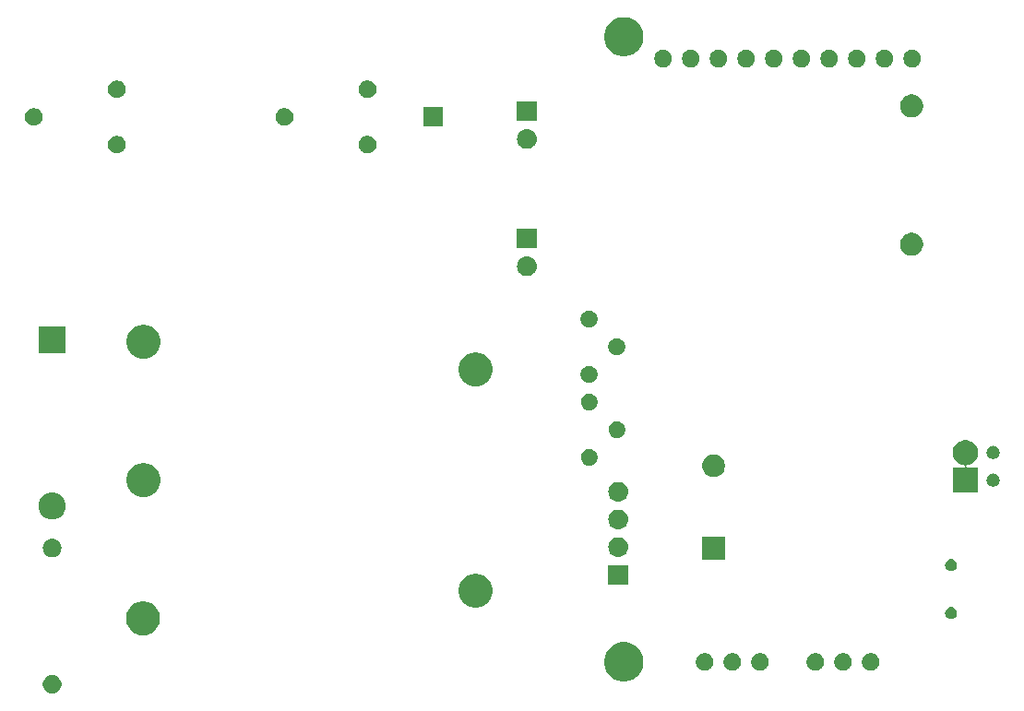
<source format=gbr>
G04 #@! TF.GenerationSoftware,KiCad,Pcbnew,(5.1.0)-1*
G04 #@! TF.CreationDate,2020-08-30T01:34:28+02:00*
G04 #@! TF.ProjectId,Dosimeter,446f7369-6d65-4746-9572-2e6b69636164,rev?*
G04 #@! TF.SameCoordinates,Original*
G04 #@! TF.FileFunction,Soldermask,Bot*
G04 #@! TF.FilePolarity,Negative*
%FSLAX46Y46*%
G04 Gerber Fmt 4.6, Leading zero omitted, Abs format (unit mm)*
G04 Created by KiCad (PCBNEW (5.1.0)-1) date 2020-08-30 01:34:28*
%MOMM*%
%LPD*%
G04 APERTURE LIST*
%ADD10C,0.100000*%
G04 APERTURE END LIST*
D10*
G36*
X31744228Y-124927703D02*
G01*
X31899100Y-124991853D01*
X32038481Y-125084985D01*
X32157015Y-125203519D01*
X32250147Y-125342900D01*
X32314297Y-125497772D01*
X32347000Y-125662184D01*
X32347000Y-125829816D01*
X32314297Y-125994228D01*
X32250147Y-126149100D01*
X32157015Y-126288481D01*
X32038481Y-126407015D01*
X31899100Y-126500147D01*
X31744228Y-126564297D01*
X31579816Y-126597000D01*
X31412184Y-126597000D01*
X31247772Y-126564297D01*
X31092900Y-126500147D01*
X30953519Y-126407015D01*
X30834985Y-126288481D01*
X30741853Y-126149100D01*
X30677703Y-125994228D01*
X30645000Y-125829816D01*
X30645000Y-125662184D01*
X30677703Y-125497772D01*
X30741853Y-125342900D01*
X30834985Y-125203519D01*
X30953519Y-125084985D01*
X31092900Y-124991853D01*
X31247772Y-124927703D01*
X31412184Y-124895000D01*
X31579816Y-124895000D01*
X31744228Y-124927703D01*
X31744228Y-124927703D01*
G37*
G36*
X84480331Y-121964211D02*
G01*
X84808092Y-122099974D01*
X85103070Y-122297072D01*
X85353928Y-122547930D01*
X85551026Y-122842908D01*
X85686789Y-123170669D01*
X85756000Y-123518616D01*
X85756000Y-123873384D01*
X85686789Y-124221331D01*
X85551026Y-124549092D01*
X85353928Y-124844070D01*
X85103070Y-125094928D01*
X84808092Y-125292026D01*
X84480331Y-125427789D01*
X84132384Y-125497000D01*
X83777616Y-125497000D01*
X83429669Y-125427789D01*
X83101908Y-125292026D01*
X82806930Y-125094928D01*
X82556072Y-124844070D01*
X82358974Y-124549092D01*
X82223211Y-124221331D01*
X82154000Y-123873384D01*
X82154000Y-123518616D01*
X82223211Y-123170669D01*
X82358974Y-122842908D01*
X82556072Y-122547930D01*
X82806930Y-122297072D01*
X83101908Y-122099974D01*
X83429669Y-121964211D01*
X83777616Y-121895000D01*
X84132384Y-121895000D01*
X84480331Y-121964211D01*
X84480331Y-121964211D01*
G37*
G36*
X94157142Y-122918242D02*
G01*
X94305101Y-122979529D01*
X94438255Y-123068499D01*
X94551501Y-123181745D01*
X94640471Y-123314899D01*
X94701758Y-123462858D01*
X94733000Y-123619925D01*
X94733000Y-123780075D01*
X94701758Y-123937142D01*
X94640471Y-124085101D01*
X94551501Y-124218255D01*
X94438255Y-124331501D01*
X94305101Y-124420471D01*
X94157142Y-124481758D01*
X94000075Y-124513000D01*
X93839925Y-124513000D01*
X93682858Y-124481758D01*
X93534899Y-124420471D01*
X93401745Y-124331501D01*
X93288499Y-124218255D01*
X93199529Y-124085101D01*
X93138242Y-123937142D01*
X93107000Y-123780075D01*
X93107000Y-123619925D01*
X93138242Y-123462858D01*
X93199529Y-123314899D01*
X93288499Y-123181745D01*
X93401745Y-123068499D01*
X93534899Y-122979529D01*
X93682858Y-122918242D01*
X93839925Y-122887000D01*
X94000075Y-122887000D01*
X94157142Y-122918242D01*
X94157142Y-122918242D01*
G37*
G36*
X91617142Y-122918242D02*
G01*
X91765101Y-122979529D01*
X91898255Y-123068499D01*
X92011501Y-123181745D01*
X92100471Y-123314899D01*
X92161758Y-123462858D01*
X92193000Y-123619925D01*
X92193000Y-123780075D01*
X92161758Y-123937142D01*
X92100471Y-124085101D01*
X92011501Y-124218255D01*
X91898255Y-124331501D01*
X91765101Y-124420471D01*
X91617142Y-124481758D01*
X91460075Y-124513000D01*
X91299925Y-124513000D01*
X91142858Y-124481758D01*
X90994899Y-124420471D01*
X90861745Y-124331501D01*
X90748499Y-124218255D01*
X90659529Y-124085101D01*
X90598242Y-123937142D01*
X90567000Y-123780075D01*
X90567000Y-123619925D01*
X90598242Y-123462858D01*
X90659529Y-123314899D01*
X90748499Y-123181745D01*
X90861745Y-123068499D01*
X90994899Y-122979529D01*
X91142858Y-122918242D01*
X91299925Y-122887000D01*
X91460075Y-122887000D01*
X91617142Y-122918242D01*
X91617142Y-122918242D01*
G37*
G36*
X106857142Y-122918242D02*
G01*
X107005101Y-122979529D01*
X107138255Y-123068499D01*
X107251501Y-123181745D01*
X107340471Y-123314899D01*
X107401758Y-123462858D01*
X107433000Y-123619925D01*
X107433000Y-123780075D01*
X107401758Y-123937142D01*
X107340471Y-124085101D01*
X107251501Y-124218255D01*
X107138255Y-124331501D01*
X107005101Y-124420471D01*
X106857142Y-124481758D01*
X106700075Y-124513000D01*
X106539925Y-124513000D01*
X106382858Y-124481758D01*
X106234899Y-124420471D01*
X106101745Y-124331501D01*
X105988499Y-124218255D01*
X105899529Y-124085101D01*
X105838242Y-123937142D01*
X105807000Y-123780075D01*
X105807000Y-123619925D01*
X105838242Y-123462858D01*
X105899529Y-123314899D01*
X105988499Y-123181745D01*
X106101745Y-123068499D01*
X106234899Y-122979529D01*
X106382858Y-122918242D01*
X106539925Y-122887000D01*
X106700075Y-122887000D01*
X106857142Y-122918242D01*
X106857142Y-122918242D01*
G37*
G36*
X101777142Y-122918242D02*
G01*
X101925101Y-122979529D01*
X102058255Y-123068499D01*
X102171501Y-123181745D01*
X102260471Y-123314899D01*
X102321758Y-123462858D01*
X102353000Y-123619925D01*
X102353000Y-123780075D01*
X102321758Y-123937142D01*
X102260471Y-124085101D01*
X102171501Y-124218255D01*
X102058255Y-124331501D01*
X101925101Y-124420471D01*
X101777142Y-124481758D01*
X101620075Y-124513000D01*
X101459925Y-124513000D01*
X101302858Y-124481758D01*
X101154899Y-124420471D01*
X101021745Y-124331501D01*
X100908499Y-124218255D01*
X100819529Y-124085101D01*
X100758242Y-123937142D01*
X100727000Y-123780075D01*
X100727000Y-123619925D01*
X100758242Y-123462858D01*
X100819529Y-123314899D01*
X100908499Y-123181745D01*
X101021745Y-123068499D01*
X101154899Y-122979529D01*
X101302858Y-122918242D01*
X101459925Y-122887000D01*
X101620075Y-122887000D01*
X101777142Y-122918242D01*
X101777142Y-122918242D01*
G37*
G36*
X104317142Y-122918242D02*
G01*
X104465101Y-122979529D01*
X104598255Y-123068499D01*
X104711501Y-123181745D01*
X104800471Y-123314899D01*
X104861758Y-123462858D01*
X104893000Y-123619925D01*
X104893000Y-123780075D01*
X104861758Y-123937142D01*
X104800471Y-124085101D01*
X104711501Y-124218255D01*
X104598255Y-124331501D01*
X104465101Y-124420471D01*
X104317142Y-124481758D01*
X104160075Y-124513000D01*
X103999925Y-124513000D01*
X103842858Y-124481758D01*
X103694899Y-124420471D01*
X103561745Y-124331501D01*
X103448499Y-124218255D01*
X103359529Y-124085101D01*
X103298242Y-123937142D01*
X103267000Y-123780075D01*
X103267000Y-123619925D01*
X103298242Y-123462858D01*
X103359529Y-123314899D01*
X103448499Y-123181745D01*
X103561745Y-123068499D01*
X103694899Y-122979529D01*
X103842858Y-122918242D01*
X103999925Y-122887000D01*
X104160075Y-122887000D01*
X104317142Y-122918242D01*
X104317142Y-122918242D01*
G37*
G36*
X96697142Y-122918242D02*
G01*
X96845101Y-122979529D01*
X96978255Y-123068499D01*
X97091501Y-123181745D01*
X97180471Y-123314899D01*
X97241758Y-123462858D01*
X97273000Y-123619925D01*
X97273000Y-123780075D01*
X97241758Y-123937142D01*
X97180471Y-124085101D01*
X97091501Y-124218255D01*
X96978255Y-124331501D01*
X96845101Y-124420471D01*
X96697142Y-124481758D01*
X96540075Y-124513000D01*
X96379925Y-124513000D01*
X96222858Y-124481758D01*
X96074899Y-124420471D01*
X95941745Y-124331501D01*
X95828499Y-124218255D01*
X95739529Y-124085101D01*
X95678242Y-123937142D01*
X95647000Y-123780075D01*
X95647000Y-123619925D01*
X95678242Y-123462858D01*
X95739529Y-123314899D01*
X95828499Y-123181745D01*
X95941745Y-123068499D01*
X96074899Y-122979529D01*
X96222858Y-122918242D01*
X96379925Y-122887000D01*
X96540075Y-122887000D01*
X96697142Y-122918242D01*
X96697142Y-122918242D01*
G37*
G36*
X40140585Y-118178802D02*
G01*
X40290410Y-118208604D01*
X40572674Y-118325521D01*
X40826705Y-118495259D01*
X41042741Y-118711295D01*
X41212479Y-118965326D01*
X41329396Y-119247590D01*
X41389000Y-119547240D01*
X41389000Y-119852760D01*
X41329396Y-120152410D01*
X41212479Y-120434674D01*
X41042741Y-120688705D01*
X40826705Y-120904741D01*
X40572674Y-121074479D01*
X40290410Y-121191396D01*
X40140585Y-121221198D01*
X39990761Y-121251000D01*
X39685239Y-121251000D01*
X39535415Y-121221198D01*
X39385590Y-121191396D01*
X39103326Y-121074479D01*
X38849295Y-120904741D01*
X38633259Y-120688705D01*
X38463521Y-120434674D01*
X38346604Y-120152410D01*
X38287000Y-119852760D01*
X38287000Y-119547240D01*
X38346604Y-119247590D01*
X38463521Y-118965326D01*
X38633259Y-118711295D01*
X38849295Y-118495259D01*
X39103326Y-118325521D01*
X39385590Y-118208604D01*
X39535415Y-118178802D01*
X39685239Y-118149000D01*
X39990761Y-118149000D01*
X40140585Y-118178802D01*
X40140585Y-118178802D01*
G37*
G36*
X114160721Y-118670174D02*
G01*
X114260995Y-118711709D01*
X114260996Y-118711710D01*
X114351242Y-118772010D01*
X114427990Y-118848758D01*
X114427991Y-118848760D01*
X114488291Y-118939005D01*
X114529826Y-119039279D01*
X114551000Y-119145730D01*
X114551000Y-119254270D01*
X114529826Y-119360721D01*
X114488291Y-119460995D01*
X114488290Y-119460996D01*
X114427990Y-119551242D01*
X114351242Y-119627990D01*
X114305812Y-119658345D01*
X114260995Y-119688291D01*
X114160721Y-119729826D01*
X114054270Y-119751000D01*
X113945730Y-119751000D01*
X113839279Y-119729826D01*
X113739005Y-119688291D01*
X113694188Y-119658345D01*
X113648758Y-119627990D01*
X113572010Y-119551242D01*
X113511710Y-119460996D01*
X113511709Y-119460995D01*
X113470174Y-119360721D01*
X113449000Y-119254270D01*
X113449000Y-119145730D01*
X113470174Y-119039279D01*
X113511709Y-118939005D01*
X113572009Y-118848760D01*
X113572010Y-118848758D01*
X113648758Y-118772010D01*
X113739004Y-118711710D01*
X113739005Y-118711709D01*
X113839279Y-118670174D01*
X113945730Y-118649000D01*
X114054270Y-118649000D01*
X114160721Y-118670174D01*
X114160721Y-118670174D01*
G37*
G36*
X70660585Y-115638802D02*
G01*
X70810410Y-115668604D01*
X71092674Y-115785521D01*
X71346705Y-115955259D01*
X71562741Y-116171295D01*
X71732479Y-116425326D01*
X71849396Y-116707590D01*
X71909000Y-117007240D01*
X71909000Y-117312760D01*
X71849396Y-117612410D01*
X71732479Y-117894674D01*
X71562741Y-118148705D01*
X71346705Y-118364741D01*
X71092674Y-118534479D01*
X70810410Y-118651396D01*
X70716006Y-118670174D01*
X70510761Y-118711000D01*
X70205239Y-118711000D01*
X69999994Y-118670174D01*
X69905590Y-118651396D01*
X69623326Y-118534479D01*
X69369295Y-118364741D01*
X69153259Y-118148705D01*
X68983521Y-117894674D01*
X68866604Y-117612410D01*
X68807000Y-117312760D01*
X68807000Y-117007240D01*
X68866604Y-116707590D01*
X68983521Y-116425326D01*
X69153259Y-116171295D01*
X69369295Y-115955259D01*
X69623326Y-115785521D01*
X69905590Y-115668604D01*
X70055415Y-115638802D01*
X70205239Y-115609000D01*
X70510761Y-115609000D01*
X70660585Y-115638802D01*
X70660585Y-115638802D01*
G37*
G36*
X84340000Y-116598000D02*
G01*
X82538000Y-116598000D01*
X82538000Y-114796000D01*
X84340000Y-114796000D01*
X84340000Y-116598000D01*
X84340000Y-116598000D01*
G37*
G36*
X114160721Y-114270174D02*
G01*
X114260995Y-114311709D01*
X114260996Y-114311710D01*
X114351242Y-114372010D01*
X114427990Y-114448758D01*
X114427991Y-114448760D01*
X114488291Y-114539005D01*
X114529826Y-114639279D01*
X114551000Y-114745730D01*
X114551000Y-114854270D01*
X114529826Y-114960721D01*
X114488291Y-115060995D01*
X114488290Y-115060996D01*
X114427990Y-115151242D01*
X114351242Y-115227990D01*
X114305812Y-115258345D01*
X114260995Y-115288291D01*
X114160721Y-115329826D01*
X114054270Y-115351000D01*
X113945730Y-115351000D01*
X113839279Y-115329826D01*
X113739005Y-115288291D01*
X113694188Y-115258345D01*
X113648758Y-115227990D01*
X113572010Y-115151242D01*
X113511710Y-115060996D01*
X113511709Y-115060995D01*
X113470174Y-114960721D01*
X113449000Y-114854270D01*
X113449000Y-114745730D01*
X113470174Y-114639279D01*
X113511709Y-114539005D01*
X113572009Y-114448760D01*
X113572010Y-114448758D01*
X113648758Y-114372010D01*
X113739004Y-114311710D01*
X113739005Y-114311709D01*
X113839279Y-114270174D01*
X113945730Y-114249000D01*
X114054270Y-114249000D01*
X114160721Y-114270174D01*
X114160721Y-114270174D01*
G37*
G36*
X93253000Y-114335000D02*
G01*
X91151000Y-114335000D01*
X91151000Y-112233000D01*
X93253000Y-112233000D01*
X93253000Y-114335000D01*
X93253000Y-114335000D01*
G37*
G36*
X31662823Y-112407313D02*
G01*
X31823242Y-112455976D01*
X31955906Y-112526886D01*
X31971078Y-112534996D01*
X32100659Y-112641341D01*
X32207004Y-112770922D01*
X32207005Y-112770924D01*
X32286024Y-112918758D01*
X32334687Y-113079177D01*
X32351117Y-113246000D01*
X32334687Y-113412823D01*
X32286024Y-113573242D01*
X32215114Y-113705906D01*
X32207004Y-113721078D01*
X32100659Y-113850659D01*
X31971078Y-113957004D01*
X31971076Y-113957005D01*
X31823242Y-114036024D01*
X31662823Y-114084687D01*
X31537804Y-114097000D01*
X31454196Y-114097000D01*
X31329177Y-114084687D01*
X31168758Y-114036024D01*
X31020924Y-113957005D01*
X31020922Y-113957004D01*
X30891341Y-113850659D01*
X30784996Y-113721078D01*
X30776886Y-113705906D01*
X30705976Y-113573242D01*
X30657313Y-113412823D01*
X30640883Y-113246000D01*
X30657313Y-113079177D01*
X30705976Y-112918758D01*
X30784995Y-112770924D01*
X30784996Y-112770922D01*
X30891341Y-112641341D01*
X31020922Y-112534996D01*
X31036094Y-112526886D01*
X31168758Y-112455976D01*
X31329177Y-112407313D01*
X31454196Y-112395000D01*
X31537804Y-112395000D01*
X31662823Y-112407313D01*
X31662823Y-112407313D01*
G37*
G36*
X83549443Y-112262519D02*
G01*
X83615627Y-112269037D01*
X83785466Y-112320557D01*
X83941991Y-112404222D01*
X83977729Y-112433552D01*
X84079186Y-112516814D01*
X84162448Y-112618271D01*
X84191778Y-112654009D01*
X84275443Y-112810534D01*
X84326963Y-112980373D01*
X84344359Y-113157000D01*
X84326963Y-113333627D01*
X84275443Y-113503466D01*
X84191778Y-113659991D01*
X84162448Y-113695729D01*
X84079186Y-113797186D01*
X83977729Y-113880448D01*
X83941991Y-113909778D01*
X83785466Y-113993443D01*
X83615627Y-114044963D01*
X83549442Y-114051482D01*
X83483260Y-114058000D01*
X83394740Y-114058000D01*
X83328558Y-114051482D01*
X83262373Y-114044963D01*
X83092534Y-113993443D01*
X82936009Y-113909778D01*
X82900271Y-113880448D01*
X82798814Y-113797186D01*
X82715552Y-113695729D01*
X82686222Y-113659991D01*
X82602557Y-113503466D01*
X82551037Y-113333627D01*
X82533641Y-113157000D01*
X82551037Y-112980373D01*
X82602557Y-112810534D01*
X82686222Y-112654009D01*
X82715552Y-112618271D01*
X82798814Y-112516814D01*
X82900271Y-112433552D01*
X82936009Y-112404222D01*
X83092534Y-112320557D01*
X83262373Y-112269037D01*
X83328557Y-112262519D01*
X83394740Y-112256000D01*
X83483260Y-112256000D01*
X83549443Y-112262519D01*
X83549443Y-112262519D01*
G37*
G36*
X83549442Y-109722518D02*
G01*
X83615627Y-109729037D01*
X83785466Y-109780557D01*
X83941991Y-109864222D01*
X83977729Y-109893552D01*
X84079186Y-109976814D01*
X84160896Y-110076380D01*
X84191778Y-110114009D01*
X84275443Y-110270534D01*
X84326963Y-110440373D01*
X84344359Y-110617000D01*
X84326963Y-110793627D01*
X84275443Y-110963466D01*
X84191778Y-111119991D01*
X84162448Y-111155729D01*
X84079186Y-111257186D01*
X83977729Y-111340448D01*
X83941991Y-111369778D01*
X83785466Y-111453443D01*
X83615627Y-111504963D01*
X83549442Y-111511482D01*
X83483260Y-111518000D01*
X83394740Y-111518000D01*
X83328558Y-111511482D01*
X83262373Y-111504963D01*
X83092534Y-111453443D01*
X82936009Y-111369778D01*
X82900271Y-111340448D01*
X82798814Y-111257186D01*
X82715552Y-111155729D01*
X82686222Y-111119991D01*
X82602557Y-110963466D01*
X82551037Y-110793627D01*
X82533641Y-110617000D01*
X82551037Y-110440373D01*
X82602557Y-110270534D01*
X82686222Y-110114009D01*
X82717104Y-110076380D01*
X82798814Y-109976814D01*
X82900271Y-109893552D01*
X82936009Y-109864222D01*
X83092534Y-109780557D01*
X83262373Y-109729037D01*
X83328558Y-109722518D01*
X83394740Y-109716000D01*
X83483260Y-109716000D01*
X83549442Y-109722518D01*
X83549442Y-109722518D01*
G37*
G36*
X31741239Y-108145101D02*
G01*
X31977053Y-108216634D01*
X32194381Y-108332799D01*
X32384871Y-108489129D01*
X32541201Y-108679619D01*
X32657366Y-108896947D01*
X32728899Y-109132761D01*
X32753053Y-109378000D01*
X32728899Y-109623239D01*
X32657366Y-109859053D01*
X32541201Y-110076381D01*
X32384871Y-110266871D01*
X32194381Y-110423201D01*
X31977053Y-110539366D01*
X31741239Y-110610899D01*
X31557457Y-110629000D01*
X31434543Y-110629000D01*
X31250761Y-110610899D01*
X31014947Y-110539366D01*
X30797619Y-110423201D01*
X30607129Y-110266871D01*
X30450799Y-110076381D01*
X30334634Y-109859053D01*
X30263101Y-109623239D01*
X30238947Y-109378000D01*
X30263101Y-109132761D01*
X30334634Y-108896947D01*
X30450799Y-108679619D01*
X30607129Y-108489129D01*
X30797619Y-108332799D01*
X31014947Y-108216634D01*
X31250761Y-108145101D01*
X31434543Y-108127000D01*
X31557457Y-108127000D01*
X31741239Y-108145101D01*
X31741239Y-108145101D01*
G37*
G36*
X83549443Y-107182519D02*
G01*
X83615627Y-107189037D01*
X83785466Y-107240557D01*
X83941991Y-107324222D01*
X83977729Y-107353552D01*
X84079186Y-107436814D01*
X84157794Y-107532600D01*
X84191778Y-107574009D01*
X84275443Y-107730534D01*
X84326963Y-107900373D01*
X84344359Y-108077000D01*
X84326963Y-108253627D01*
X84275443Y-108423466D01*
X84191778Y-108579991D01*
X84162448Y-108615729D01*
X84079186Y-108717186D01*
X83977729Y-108800448D01*
X83941991Y-108829778D01*
X83785466Y-108913443D01*
X83615627Y-108964963D01*
X83549443Y-108971481D01*
X83483260Y-108978000D01*
X83394740Y-108978000D01*
X83328557Y-108971481D01*
X83262373Y-108964963D01*
X83092534Y-108913443D01*
X82936009Y-108829778D01*
X82900271Y-108800448D01*
X82798814Y-108717186D01*
X82715552Y-108615729D01*
X82686222Y-108579991D01*
X82602557Y-108423466D01*
X82551037Y-108253627D01*
X82533641Y-108077000D01*
X82551037Y-107900373D01*
X82602557Y-107730534D01*
X82686222Y-107574009D01*
X82720206Y-107532600D01*
X82798814Y-107436814D01*
X82900271Y-107353552D01*
X82936009Y-107324222D01*
X83092534Y-107240557D01*
X83262373Y-107189037D01*
X83328557Y-107182519D01*
X83394740Y-107176000D01*
X83483260Y-107176000D01*
X83549443Y-107182519D01*
X83549443Y-107182519D01*
G37*
G36*
X40180585Y-105478802D02*
G01*
X40330410Y-105508604D01*
X40612674Y-105625521D01*
X40866705Y-105795259D01*
X41082741Y-106011295D01*
X41252479Y-106265326D01*
X41369396Y-106547590D01*
X41429000Y-106847240D01*
X41429000Y-107152760D01*
X41369396Y-107452410D01*
X41252479Y-107734674D01*
X41082741Y-107988705D01*
X40866705Y-108204741D01*
X40612674Y-108374479D01*
X40330410Y-108491396D01*
X40180585Y-108521198D01*
X40030761Y-108551000D01*
X39725239Y-108551000D01*
X39575415Y-108521198D01*
X39425590Y-108491396D01*
X39143326Y-108374479D01*
X38889295Y-108204741D01*
X38673259Y-107988705D01*
X38503521Y-107734674D01*
X38386604Y-107452410D01*
X38327000Y-107152760D01*
X38327000Y-106847240D01*
X38386604Y-106547590D01*
X38503521Y-106265326D01*
X38673259Y-106011295D01*
X38889295Y-105795259D01*
X39143326Y-105625521D01*
X39425590Y-105508604D01*
X39575415Y-105478802D01*
X39725239Y-105449000D01*
X40030761Y-105449000D01*
X40180585Y-105478802D01*
X40180585Y-105478802D01*
G37*
G36*
X115540549Y-103331116D02*
G01*
X115651734Y-103353232D01*
X115861203Y-103439997D01*
X116049720Y-103565960D01*
X116210040Y-103726280D01*
X116336003Y-103914797D01*
X116422768Y-104124266D01*
X116467000Y-104346636D01*
X116467000Y-104573364D01*
X116422768Y-104795734D01*
X116336003Y-105005203D01*
X116210040Y-105193720D01*
X116049720Y-105354040D01*
X115861203Y-105480003D01*
X115651734Y-105566768D01*
X115558808Y-105585252D01*
X115477607Y-105601404D01*
X115454158Y-105608517D01*
X115432547Y-105620068D01*
X115413605Y-105635613D01*
X115398060Y-105654555D01*
X115386509Y-105676166D01*
X115379396Y-105699615D01*
X115376994Y-105724001D01*
X115379396Y-105748387D01*
X115386509Y-105771836D01*
X115398060Y-105793447D01*
X115413605Y-105812389D01*
X115432547Y-105827934D01*
X115454158Y-105839485D01*
X115477607Y-105846598D01*
X115501993Y-105849000D01*
X116467000Y-105849000D01*
X116467000Y-108151000D01*
X114165000Y-108151000D01*
X114165000Y-105849000D01*
X115130007Y-105849000D01*
X115154393Y-105846598D01*
X115177842Y-105839485D01*
X115199453Y-105827934D01*
X115218395Y-105812389D01*
X115233940Y-105793447D01*
X115245491Y-105771836D01*
X115252604Y-105748387D01*
X115255006Y-105724001D01*
X115252604Y-105699615D01*
X115245491Y-105676166D01*
X115233940Y-105654555D01*
X115218395Y-105635613D01*
X115199453Y-105620068D01*
X115177842Y-105608517D01*
X115154393Y-105601404D01*
X115073192Y-105585252D01*
X114980266Y-105566768D01*
X114770797Y-105480003D01*
X114582280Y-105354040D01*
X114421960Y-105193720D01*
X114295997Y-105005203D01*
X114209232Y-104795734D01*
X114165000Y-104573364D01*
X114165000Y-104346636D01*
X114209232Y-104124266D01*
X114295997Y-103914797D01*
X114421960Y-103726280D01*
X114582280Y-103565960D01*
X114770797Y-103439997D01*
X114980266Y-103353232D01*
X115091451Y-103331116D01*
X115202635Y-103309000D01*
X115429365Y-103309000D01*
X115540549Y-103331116D01*
X115540549Y-103331116D01*
G37*
G36*
X117992601Y-106414397D02*
G01*
X118031305Y-106422096D01*
X118063340Y-106435365D01*
X118140680Y-106467400D01*
X118239115Y-106533173D01*
X118322827Y-106616885D01*
X118388600Y-106715320D01*
X118433904Y-106824696D01*
X118457000Y-106940805D01*
X118457000Y-107059195D01*
X118433904Y-107175304D01*
X118388600Y-107284680D01*
X118322827Y-107383115D01*
X118239115Y-107466827D01*
X118140680Y-107532600D01*
X118063340Y-107564635D01*
X118031305Y-107577904D01*
X117992601Y-107585603D01*
X117915195Y-107601000D01*
X117796805Y-107601000D01*
X117719399Y-107585603D01*
X117680695Y-107577904D01*
X117648660Y-107564635D01*
X117571320Y-107532600D01*
X117472885Y-107466827D01*
X117389173Y-107383115D01*
X117323400Y-107284680D01*
X117278096Y-107175304D01*
X117255000Y-107059195D01*
X117255000Y-106940805D01*
X117278096Y-106824696D01*
X117323400Y-106715320D01*
X117389173Y-106616885D01*
X117472885Y-106533173D01*
X117571320Y-106467400D01*
X117648660Y-106435365D01*
X117680695Y-106422096D01*
X117719399Y-106414397D01*
X117796805Y-106399000D01*
X117915195Y-106399000D01*
X117992601Y-106414397D01*
X117992601Y-106414397D01*
G37*
G36*
X92508564Y-104673389D02*
G01*
X92680676Y-104744680D01*
X92699835Y-104752616D01*
X92871973Y-104867635D01*
X93018365Y-105014027D01*
X93093780Y-105126893D01*
X93133385Y-105186167D01*
X93212611Y-105377436D01*
X93253000Y-105580484D01*
X93253000Y-105787516D01*
X93212611Y-105990564D01*
X93133385Y-106181833D01*
X93133384Y-106181835D01*
X93018365Y-106353973D01*
X92871973Y-106500365D01*
X92699835Y-106615384D01*
X92699834Y-106615385D01*
X92699833Y-106615385D01*
X92508564Y-106694611D01*
X92305516Y-106735000D01*
X92098484Y-106735000D01*
X91895436Y-106694611D01*
X91704167Y-106615385D01*
X91704166Y-106615385D01*
X91704165Y-106615384D01*
X91532027Y-106500365D01*
X91385635Y-106353973D01*
X91270616Y-106181835D01*
X91270615Y-106181833D01*
X91191389Y-105990564D01*
X91151000Y-105787516D01*
X91151000Y-105580484D01*
X91191389Y-105377436D01*
X91270615Y-105186167D01*
X91310221Y-105126893D01*
X91385635Y-105014027D01*
X91532027Y-104867635D01*
X91704165Y-104752616D01*
X91723324Y-104744680D01*
X91895436Y-104673389D01*
X92098484Y-104633000D01*
X92305516Y-104633000D01*
X92508564Y-104673389D01*
X92508564Y-104673389D01*
G37*
G36*
X80907589Y-104140876D02*
G01*
X81006893Y-104160629D01*
X81147206Y-104218748D01*
X81273484Y-104303125D01*
X81380875Y-104410516D01*
X81465252Y-104536794D01*
X81523371Y-104677107D01*
X81543124Y-104776411D01*
X81553000Y-104826062D01*
X81553000Y-104977938D01*
X81545821Y-105014027D01*
X81523371Y-105126893D01*
X81465252Y-105267206D01*
X81380875Y-105393484D01*
X81273484Y-105500875D01*
X81147206Y-105585252D01*
X81006893Y-105643371D01*
X80907589Y-105663124D01*
X80857938Y-105673000D01*
X80706062Y-105673000D01*
X80656411Y-105663124D01*
X80557107Y-105643371D01*
X80416794Y-105585252D01*
X80290516Y-105500875D01*
X80183125Y-105393484D01*
X80098748Y-105267206D01*
X80040629Y-105126893D01*
X80018179Y-105014027D01*
X80011000Y-104977938D01*
X80011000Y-104826062D01*
X80020876Y-104776411D01*
X80040629Y-104677107D01*
X80098748Y-104536794D01*
X80183125Y-104410516D01*
X80290516Y-104303125D01*
X80416794Y-104218748D01*
X80557107Y-104160629D01*
X80656411Y-104140876D01*
X80706062Y-104131000D01*
X80857938Y-104131000D01*
X80907589Y-104140876D01*
X80907589Y-104140876D01*
G37*
G36*
X117992601Y-103874397D02*
G01*
X118031305Y-103882096D01*
X118063340Y-103895365D01*
X118140680Y-103927400D01*
X118239115Y-103993173D01*
X118322827Y-104076885D01*
X118388600Y-104175320D01*
X118433904Y-104284696D01*
X118457000Y-104400805D01*
X118457000Y-104519195D01*
X118433904Y-104635304D01*
X118388600Y-104744680D01*
X118322827Y-104843115D01*
X118239115Y-104926827D01*
X118140680Y-104992600D01*
X118088949Y-105014027D01*
X118031305Y-105037904D01*
X117992601Y-105045603D01*
X117915195Y-105061000D01*
X117796805Y-105061000D01*
X117719399Y-105045603D01*
X117680695Y-105037904D01*
X117623051Y-105014027D01*
X117571320Y-104992600D01*
X117472885Y-104926827D01*
X117389173Y-104843115D01*
X117323400Y-104744680D01*
X117278096Y-104635304D01*
X117255000Y-104519195D01*
X117255000Y-104400805D01*
X117278096Y-104284696D01*
X117323400Y-104175320D01*
X117389173Y-104076885D01*
X117472885Y-103993173D01*
X117571320Y-103927400D01*
X117648660Y-103895365D01*
X117680695Y-103882096D01*
X117719399Y-103874397D01*
X117796805Y-103859000D01*
X117915195Y-103859000D01*
X117992601Y-103874397D01*
X117992601Y-103874397D01*
G37*
G36*
X83447589Y-101600876D02*
G01*
X83546893Y-101620629D01*
X83687206Y-101678748D01*
X83813484Y-101763125D01*
X83920875Y-101870516D01*
X84005252Y-101996794D01*
X84063371Y-102137107D01*
X84093000Y-102286063D01*
X84093000Y-102437937D01*
X84063371Y-102586893D01*
X84005252Y-102727206D01*
X83920875Y-102853484D01*
X83813484Y-102960875D01*
X83687206Y-103045252D01*
X83546893Y-103103371D01*
X83447589Y-103123124D01*
X83397938Y-103133000D01*
X83246062Y-103133000D01*
X83196411Y-103123124D01*
X83097107Y-103103371D01*
X82956794Y-103045252D01*
X82830516Y-102960875D01*
X82723125Y-102853484D01*
X82638748Y-102727206D01*
X82580629Y-102586893D01*
X82551000Y-102437937D01*
X82551000Y-102286063D01*
X82580629Y-102137107D01*
X82638748Y-101996794D01*
X82723125Y-101870516D01*
X82830516Y-101763125D01*
X82956794Y-101678748D01*
X83097107Y-101620629D01*
X83196411Y-101600876D01*
X83246062Y-101591000D01*
X83397938Y-101591000D01*
X83447589Y-101600876D01*
X83447589Y-101600876D01*
G37*
G36*
X80907589Y-99060876D02*
G01*
X81006893Y-99080629D01*
X81147206Y-99138748D01*
X81273484Y-99223125D01*
X81380875Y-99330516D01*
X81465252Y-99456794D01*
X81523371Y-99597107D01*
X81553000Y-99746063D01*
X81553000Y-99897937D01*
X81523371Y-100046893D01*
X81465252Y-100187206D01*
X81380875Y-100313484D01*
X81273484Y-100420875D01*
X81147206Y-100505252D01*
X81006893Y-100563371D01*
X80907589Y-100583124D01*
X80857938Y-100593000D01*
X80706062Y-100593000D01*
X80656411Y-100583124D01*
X80557107Y-100563371D01*
X80416794Y-100505252D01*
X80290516Y-100420875D01*
X80183125Y-100313484D01*
X80098748Y-100187206D01*
X80040629Y-100046893D01*
X80011000Y-99897937D01*
X80011000Y-99746063D01*
X80040629Y-99597107D01*
X80098748Y-99456794D01*
X80183125Y-99330516D01*
X80290516Y-99223125D01*
X80416794Y-99138748D01*
X80557107Y-99080629D01*
X80656411Y-99060876D01*
X80706062Y-99051000D01*
X80857938Y-99051000D01*
X80907589Y-99060876D01*
X80907589Y-99060876D01*
G37*
G36*
X70660585Y-95318802D02*
G01*
X70810410Y-95348604D01*
X71092674Y-95465521D01*
X71346705Y-95635259D01*
X71562741Y-95851295D01*
X71732479Y-96105326D01*
X71849396Y-96387590D01*
X71849396Y-96387591D01*
X71908182Y-96683125D01*
X71909000Y-96687240D01*
X71909000Y-96992760D01*
X71849396Y-97292410D01*
X71732479Y-97574674D01*
X71562741Y-97828705D01*
X71346705Y-98044741D01*
X71092674Y-98214479D01*
X70810410Y-98331396D01*
X70660585Y-98361198D01*
X70510761Y-98391000D01*
X70205239Y-98391000D01*
X70055415Y-98361198D01*
X69905590Y-98331396D01*
X69623326Y-98214479D01*
X69369295Y-98044741D01*
X69153259Y-97828705D01*
X68983521Y-97574674D01*
X68866604Y-97292410D01*
X68807000Y-96992760D01*
X68807000Y-96687240D01*
X68807819Y-96683125D01*
X68866604Y-96387591D01*
X68866604Y-96387590D01*
X68983521Y-96105326D01*
X69153259Y-95851295D01*
X69369295Y-95635259D01*
X69623326Y-95465521D01*
X69905590Y-95348604D01*
X70055415Y-95318802D01*
X70205239Y-95289000D01*
X70510761Y-95289000D01*
X70660585Y-95318802D01*
X70660585Y-95318802D01*
G37*
G36*
X80897589Y-96520876D02*
G01*
X80996893Y-96540629D01*
X81137206Y-96598748D01*
X81263484Y-96683125D01*
X81370875Y-96790516D01*
X81455252Y-96916794D01*
X81513371Y-97057107D01*
X81543000Y-97206063D01*
X81543000Y-97357937D01*
X81513371Y-97506893D01*
X81455252Y-97647206D01*
X81370875Y-97773484D01*
X81263484Y-97880875D01*
X81137206Y-97965252D01*
X80996893Y-98023371D01*
X80897589Y-98043124D01*
X80847938Y-98053000D01*
X80696062Y-98053000D01*
X80646411Y-98043124D01*
X80547107Y-98023371D01*
X80406794Y-97965252D01*
X80280516Y-97880875D01*
X80173125Y-97773484D01*
X80088748Y-97647206D01*
X80030629Y-97506893D01*
X80001000Y-97357937D01*
X80001000Y-97206063D01*
X80030629Y-97057107D01*
X80088748Y-96916794D01*
X80173125Y-96790516D01*
X80280516Y-96683125D01*
X80406794Y-96598748D01*
X80547107Y-96540629D01*
X80646411Y-96520876D01*
X80696062Y-96511000D01*
X80847938Y-96511000D01*
X80897589Y-96520876D01*
X80897589Y-96520876D01*
G37*
G36*
X40180585Y-92778802D02*
G01*
X40330410Y-92808604D01*
X40612674Y-92925521D01*
X40866705Y-93095259D01*
X41082741Y-93311295D01*
X41252479Y-93565326D01*
X41369396Y-93847590D01*
X41369396Y-93847591D01*
X41428182Y-94143125D01*
X41429000Y-94147240D01*
X41429000Y-94452760D01*
X41369396Y-94752410D01*
X41252479Y-95034674D01*
X41082741Y-95288705D01*
X40866705Y-95504741D01*
X40612674Y-95674479D01*
X40330410Y-95791396D01*
X40180585Y-95821198D01*
X40030761Y-95851000D01*
X39725239Y-95851000D01*
X39575415Y-95821198D01*
X39425590Y-95791396D01*
X39143326Y-95674479D01*
X38889295Y-95504741D01*
X38673259Y-95288705D01*
X38503521Y-95034674D01*
X38386604Y-94752410D01*
X38327000Y-94452760D01*
X38327000Y-94147240D01*
X38327819Y-94143125D01*
X38386604Y-93847591D01*
X38386604Y-93847590D01*
X38503521Y-93565326D01*
X38673259Y-93311295D01*
X38889295Y-93095259D01*
X39143326Y-92925521D01*
X39425590Y-92808604D01*
X39575415Y-92778802D01*
X39725239Y-92749000D01*
X40030761Y-92749000D01*
X40180585Y-92778802D01*
X40180585Y-92778802D01*
G37*
G36*
X83437589Y-93980876D02*
G01*
X83536893Y-94000629D01*
X83677206Y-94058748D01*
X83803484Y-94143125D01*
X83910875Y-94250516D01*
X83995252Y-94376794D01*
X84053371Y-94517107D01*
X84083000Y-94666063D01*
X84083000Y-94817937D01*
X84053371Y-94966893D01*
X83995252Y-95107206D01*
X83910875Y-95233484D01*
X83803484Y-95340875D01*
X83677206Y-95425252D01*
X83536893Y-95483371D01*
X83437589Y-95503124D01*
X83387938Y-95513000D01*
X83236062Y-95513000D01*
X83186411Y-95503124D01*
X83087107Y-95483371D01*
X82946794Y-95425252D01*
X82820516Y-95340875D01*
X82713125Y-95233484D01*
X82628748Y-95107206D01*
X82570629Y-94966893D01*
X82541000Y-94817937D01*
X82541000Y-94666063D01*
X82570629Y-94517107D01*
X82628748Y-94376794D01*
X82713125Y-94250516D01*
X82820516Y-94143125D01*
X82946794Y-94058748D01*
X83087107Y-94000629D01*
X83186411Y-93980876D01*
X83236062Y-93971000D01*
X83387938Y-93971000D01*
X83437589Y-93980876D01*
X83437589Y-93980876D01*
G37*
G36*
X32747000Y-95389000D02*
G01*
X30245000Y-95389000D01*
X30245000Y-92887000D01*
X32747000Y-92887000D01*
X32747000Y-95389000D01*
X32747000Y-95389000D01*
G37*
G36*
X80897589Y-91440876D02*
G01*
X80996893Y-91460629D01*
X81137206Y-91518748D01*
X81263484Y-91603125D01*
X81370875Y-91710516D01*
X81455252Y-91836794D01*
X81513371Y-91977107D01*
X81543000Y-92126063D01*
X81543000Y-92277937D01*
X81513371Y-92426893D01*
X81455252Y-92567206D01*
X81370875Y-92693484D01*
X81263484Y-92800875D01*
X81137206Y-92885252D01*
X80996893Y-92943371D01*
X80897589Y-92963124D01*
X80847938Y-92973000D01*
X80696062Y-92973000D01*
X80646411Y-92963124D01*
X80547107Y-92943371D01*
X80406794Y-92885252D01*
X80280516Y-92800875D01*
X80173125Y-92693484D01*
X80088748Y-92567206D01*
X80030629Y-92426893D01*
X80001000Y-92277937D01*
X80001000Y-92126063D01*
X80030629Y-91977107D01*
X80088748Y-91836794D01*
X80173125Y-91710516D01*
X80280516Y-91603125D01*
X80406794Y-91518748D01*
X80547107Y-91460629D01*
X80646411Y-91440876D01*
X80696062Y-91431000D01*
X80847938Y-91431000D01*
X80897589Y-91440876D01*
X80897589Y-91440876D01*
G37*
G36*
X75167442Y-86481518D02*
G01*
X75233627Y-86488037D01*
X75403466Y-86539557D01*
X75559991Y-86623222D01*
X75595729Y-86652552D01*
X75697186Y-86735814D01*
X75780448Y-86837271D01*
X75809778Y-86873009D01*
X75893443Y-87029534D01*
X75944963Y-87199373D01*
X75962359Y-87376000D01*
X75944963Y-87552627D01*
X75893443Y-87722466D01*
X75809778Y-87878991D01*
X75780448Y-87914729D01*
X75697186Y-88016186D01*
X75595729Y-88099448D01*
X75559991Y-88128778D01*
X75403466Y-88212443D01*
X75233627Y-88263963D01*
X75167442Y-88270482D01*
X75101260Y-88277000D01*
X75012740Y-88277000D01*
X74946558Y-88270482D01*
X74880373Y-88263963D01*
X74710534Y-88212443D01*
X74554009Y-88128778D01*
X74518271Y-88099448D01*
X74416814Y-88016186D01*
X74333552Y-87914729D01*
X74304222Y-87878991D01*
X74220557Y-87722466D01*
X74169037Y-87552627D01*
X74151641Y-87376000D01*
X74169037Y-87199373D01*
X74220557Y-87029534D01*
X74304222Y-86873009D01*
X74333552Y-86837271D01*
X74416814Y-86735814D01*
X74518271Y-86652552D01*
X74554009Y-86623222D01*
X74710534Y-86539557D01*
X74880373Y-86488037D01*
X74946558Y-86481518D01*
X75012740Y-86475000D01*
X75101260Y-86475000D01*
X75167442Y-86481518D01*
X75167442Y-86481518D01*
G37*
G36*
X110681564Y-84335389D02*
G01*
X110872833Y-84414615D01*
X110872835Y-84414616D01*
X111044973Y-84529635D01*
X111191365Y-84676027D01*
X111306385Y-84848167D01*
X111385611Y-85039436D01*
X111426000Y-85242484D01*
X111426000Y-85449516D01*
X111385611Y-85652564D01*
X111306385Y-85843833D01*
X111306384Y-85843835D01*
X111191365Y-86015973D01*
X111044973Y-86162365D01*
X110872835Y-86277384D01*
X110872834Y-86277385D01*
X110872833Y-86277385D01*
X110681564Y-86356611D01*
X110478516Y-86397000D01*
X110271484Y-86397000D01*
X110068436Y-86356611D01*
X109877167Y-86277385D01*
X109877166Y-86277385D01*
X109877165Y-86277384D01*
X109705027Y-86162365D01*
X109558635Y-86015973D01*
X109443616Y-85843835D01*
X109443615Y-85843833D01*
X109364389Y-85652564D01*
X109324000Y-85449516D01*
X109324000Y-85242484D01*
X109364389Y-85039436D01*
X109443615Y-84848167D01*
X109558635Y-84676027D01*
X109705027Y-84529635D01*
X109877165Y-84414616D01*
X109877167Y-84414615D01*
X110068436Y-84335389D01*
X110271484Y-84295000D01*
X110478516Y-84295000D01*
X110681564Y-84335389D01*
X110681564Y-84335389D01*
G37*
G36*
X75958000Y-85737000D02*
G01*
X74156000Y-85737000D01*
X74156000Y-83935000D01*
X75958000Y-83935000D01*
X75958000Y-85737000D01*
X75958000Y-85737000D01*
G37*
G36*
X37669142Y-75418242D02*
G01*
X37817101Y-75479529D01*
X37950255Y-75568499D01*
X38063501Y-75681745D01*
X38152471Y-75814899D01*
X38213758Y-75962858D01*
X38245000Y-76119925D01*
X38245000Y-76280075D01*
X38213758Y-76437142D01*
X38152471Y-76585101D01*
X38063501Y-76718255D01*
X37950255Y-76831501D01*
X37817101Y-76920471D01*
X37669142Y-76981758D01*
X37512075Y-77013000D01*
X37351925Y-77013000D01*
X37194858Y-76981758D01*
X37046899Y-76920471D01*
X36913745Y-76831501D01*
X36800499Y-76718255D01*
X36711529Y-76585101D01*
X36650242Y-76437142D01*
X36619000Y-76280075D01*
X36619000Y-76119925D01*
X36650242Y-75962858D01*
X36711529Y-75814899D01*
X36800499Y-75681745D01*
X36913745Y-75568499D01*
X37046899Y-75479529D01*
X37194858Y-75418242D01*
X37351925Y-75387000D01*
X37512075Y-75387000D01*
X37669142Y-75418242D01*
X37669142Y-75418242D01*
G37*
G36*
X60669142Y-75418242D02*
G01*
X60817101Y-75479529D01*
X60950255Y-75568499D01*
X61063501Y-75681745D01*
X61152471Y-75814899D01*
X61213758Y-75962858D01*
X61245000Y-76119925D01*
X61245000Y-76280075D01*
X61213758Y-76437142D01*
X61152471Y-76585101D01*
X61063501Y-76718255D01*
X60950255Y-76831501D01*
X60817101Y-76920471D01*
X60669142Y-76981758D01*
X60512075Y-77013000D01*
X60351925Y-77013000D01*
X60194858Y-76981758D01*
X60046899Y-76920471D01*
X59913745Y-76831501D01*
X59800499Y-76718255D01*
X59711529Y-76585101D01*
X59650242Y-76437142D01*
X59619000Y-76280075D01*
X59619000Y-76119925D01*
X59650242Y-75962858D01*
X59711529Y-75814899D01*
X59800499Y-75681745D01*
X59913745Y-75568499D01*
X60046899Y-75479529D01*
X60194858Y-75418242D01*
X60351925Y-75387000D01*
X60512075Y-75387000D01*
X60669142Y-75418242D01*
X60669142Y-75418242D01*
G37*
G36*
X75167442Y-74797518D02*
G01*
X75233627Y-74804037D01*
X75403466Y-74855557D01*
X75559991Y-74939222D01*
X75595729Y-74968552D01*
X75697186Y-75051814D01*
X75780448Y-75153271D01*
X75809778Y-75189009D01*
X75893443Y-75345534D01*
X75944963Y-75515373D01*
X75962359Y-75692000D01*
X75944963Y-75868627D01*
X75893443Y-76038466D01*
X75809778Y-76194991D01*
X75780448Y-76230729D01*
X75697186Y-76332186D01*
X75595729Y-76415448D01*
X75559991Y-76444778D01*
X75403466Y-76528443D01*
X75233627Y-76579963D01*
X75181469Y-76585100D01*
X75101260Y-76593000D01*
X75012740Y-76593000D01*
X74932531Y-76585100D01*
X74880373Y-76579963D01*
X74710534Y-76528443D01*
X74554009Y-76444778D01*
X74518271Y-76415448D01*
X74416814Y-76332186D01*
X74333552Y-76230729D01*
X74304222Y-76194991D01*
X74220557Y-76038466D01*
X74169037Y-75868627D01*
X74151641Y-75692000D01*
X74169037Y-75515373D01*
X74220557Y-75345534D01*
X74304222Y-75189009D01*
X74333552Y-75153271D01*
X74416814Y-75051814D01*
X74518271Y-74968552D01*
X74554009Y-74939222D01*
X74710534Y-74855557D01*
X74880373Y-74804037D01*
X74946558Y-74797518D01*
X75012740Y-74791000D01*
X75101260Y-74791000D01*
X75167442Y-74797518D01*
X75167442Y-74797518D01*
G37*
G36*
X67353000Y-74561000D02*
G01*
X65551000Y-74561000D01*
X65551000Y-72759000D01*
X67353000Y-72759000D01*
X67353000Y-74561000D01*
X67353000Y-74561000D01*
G37*
G36*
X53049142Y-72878242D02*
G01*
X53197101Y-72939529D01*
X53330255Y-73028499D01*
X53443501Y-73141745D01*
X53532471Y-73274899D01*
X53593758Y-73422858D01*
X53625000Y-73579925D01*
X53625000Y-73740075D01*
X53593758Y-73897142D01*
X53532471Y-74045101D01*
X53443501Y-74178255D01*
X53330255Y-74291501D01*
X53197101Y-74380471D01*
X53049142Y-74441758D01*
X52892075Y-74473000D01*
X52731925Y-74473000D01*
X52574858Y-74441758D01*
X52426899Y-74380471D01*
X52293745Y-74291501D01*
X52180499Y-74178255D01*
X52091529Y-74045101D01*
X52030242Y-73897142D01*
X51999000Y-73740075D01*
X51999000Y-73579925D01*
X52030242Y-73422858D01*
X52091529Y-73274899D01*
X52180499Y-73141745D01*
X52293745Y-73028499D01*
X52426899Y-72939529D01*
X52574858Y-72878242D01*
X52731925Y-72847000D01*
X52892075Y-72847000D01*
X53049142Y-72878242D01*
X53049142Y-72878242D01*
G37*
G36*
X30049142Y-72878242D02*
G01*
X30197101Y-72939529D01*
X30330255Y-73028499D01*
X30443501Y-73141745D01*
X30532471Y-73274899D01*
X30593758Y-73422858D01*
X30625000Y-73579925D01*
X30625000Y-73740075D01*
X30593758Y-73897142D01*
X30532471Y-74045101D01*
X30443501Y-74178255D01*
X30330255Y-74291501D01*
X30197101Y-74380471D01*
X30049142Y-74441758D01*
X29892075Y-74473000D01*
X29731925Y-74473000D01*
X29574858Y-74441758D01*
X29426899Y-74380471D01*
X29293745Y-74291501D01*
X29180499Y-74178255D01*
X29091529Y-74045101D01*
X29030242Y-73897142D01*
X28999000Y-73740075D01*
X28999000Y-73579925D01*
X29030242Y-73422858D01*
X29091529Y-73274899D01*
X29180499Y-73141745D01*
X29293745Y-73028499D01*
X29426899Y-72939529D01*
X29574858Y-72878242D01*
X29731925Y-72847000D01*
X29892075Y-72847000D01*
X30049142Y-72878242D01*
X30049142Y-72878242D01*
G37*
G36*
X75958000Y-74053000D02*
G01*
X74156000Y-74053000D01*
X74156000Y-72251000D01*
X75958000Y-72251000D01*
X75958000Y-74053000D01*
X75958000Y-74053000D01*
G37*
G36*
X110681564Y-71635389D02*
G01*
X110872833Y-71714615D01*
X110872835Y-71714616D01*
X110928034Y-71751499D01*
X111044973Y-71829635D01*
X111191365Y-71976027D01*
X111306385Y-72148167D01*
X111385611Y-72339436D01*
X111426000Y-72542484D01*
X111426000Y-72749516D01*
X111385611Y-72952564D01*
X111354157Y-73028501D01*
X111306384Y-73143835D01*
X111191365Y-73315973D01*
X111044973Y-73462365D01*
X110872835Y-73577384D01*
X110872834Y-73577385D01*
X110872833Y-73577385D01*
X110681564Y-73656611D01*
X110478516Y-73697000D01*
X110271484Y-73697000D01*
X110068436Y-73656611D01*
X109877167Y-73577385D01*
X109877166Y-73577385D01*
X109877165Y-73577384D01*
X109705027Y-73462365D01*
X109558635Y-73315973D01*
X109443616Y-73143835D01*
X109395843Y-73028501D01*
X109364389Y-72952564D01*
X109324000Y-72749516D01*
X109324000Y-72542484D01*
X109364389Y-72339436D01*
X109443615Y-72148167D01*
X109558635Y-71976027D01*
X109705027Y-71829635D01*
X109821966Y-71751499D01*
X109877165Y-71714616D01*
X109877167Y-71714615D01*
X110068436Y-71635389D01*
X110271484Y-71595000D01*
X110478516Y-71595000D01*
X110681564Y-71635389D01*
X110681564Y-71635389D01*
G37*
G36*
X37669142Y-70338242D02*
G01*
X37817101Y-70399529D01*
X37950255Y-70488499D01*
X38063501Y-70601745D01*
X38152471Y-70734899D01*
X38213758Y-70882858D01*
X38245000Y-71039925D01*
X38245000Y-71200075D01*
X38213758Y-71357142D01*
X38152471Y-71505101D01*
X38063501Y-71638255D01*
X37950255Y-71751501D01*
X37817101Y-71840471D01*
X37669142Y-71901758D01*
X37512075Y-71933000D01*
X37351925Y-71933000D01*
X37194858Y-71901758D01*
X37046899Y-71840471D01*
X36913745Y-71751501D01*
X36800499Y-71638255D01*
X36711529Y-71505101D01*
X36650242Y-71357142D01*
X36619000Y-71200075D01*
X36619000Y-71039925D01*
X36650242Y-70882858D01*
X36711529Y-70734899D01*
X36800499Y-70601745D01*
X36913745Y-70488499D01*
X37046899Y-70399529D01*
X37194858Y-70338242D01*
X37351925Y-70307000D01*
X37512075Y-70307000D01*
X37669142Y-70338242D01*
X37669142Y-70338242D01*
G37*
G36*
X60669142Y-70338242D02*
G01*
X60817101Y-70399529D01*
X60950255Y-70488499D01*
X61063501Y-70601745D01*
X61152471Y-70734899D01*
X61213758Y-70882858D01*
X61245000Y-71039925D01*
X61245000Y-71200075D01*
X61213758Y-71357142D01*
X61152471Y-71505101D01*
X61063501Y-71638255D01*
X60950255Y-71751501D01*
X60817101Y-71840471D01*
X60669142Y-71901758D01*
X60512075Y-71933000D01*
X60351925Y-71933000D01*
X60194858Y-71901758D01*
X60046899Y-71840471D01*
X59913745Y-71751501D01*
X59800499Y-71638255D01*
X59711529Y-71505101D01*
X59650242Y-71357142D01*
X59619000Y-71200075D01*
X59619000Y-71039925D01*
X59650242Y-70882858D01*
X59711529Y-70734899D01*
X59800499Y-70601745D01*
X59913745Y-70488499D01*
X60046899Y-70399529D01*
X60194858Y-70338242D01*
X60351925Y-70307000D01*
X60512075Y-70307000D01*
X60669142Y-70338242D01*
X60669142Y-70338242D01*
G37*
G36*
X110667142Y-67518242D02*
G01*
X110815101Y-67579529D01*
X110948255Y-67668499D01*
X111061501Y-67781745D01*
X111150471Y-67914899D01*
X111211758Y-68062858D01*
X111243000Y-68219925D01*
X111243000Y-68380075D01*
X111211758Y-68537142D01*
X111150471Y-68685101D01*
X111061501Y-68818255D01*
X110948255Y-68931501D01*
X110815101Y-69020471D01*
X110667142Y-69081758D01*
X110510075Y-69113000D01*
X110349925Y-69113000D01*
X110192858Y-69081758D01*
X110044899Y-69020471D01*
X109911745Y-68931501D01*
X109798499Y-68818255D01*
X109709529Y-68685101D01*
X109648242Y-68537142D01*
X109617000Y-68380075D01*
X109617000Y-68219925D01*
X109648242Y-68062858D01*
X109709529Y-67914899D01*
X109798499Y-67781745D01*
X109911745Y-67668499D01*
X110044899Y-67579529D01*
X110192858Y-67518242D01*
X110349925Y-67487000D01*
X110510075Y-67487000D01*
X110667142Y-67518242D01*
X110667142Y-67518242D01*
G37*
G36*
X105587142Y-67518242D02*
G01*
X105735101Y-67579529D01*
X105868255Y-67668499D01*
X105981501Y-67781745D01*
X106070471Y-67914899D01*
X106131758Y-68062858D01*
X106163000Y-68219925D01*
X106163000Y-68380075D01*
X106131758Y-68537142D01*
X106070471Y-68685101D01*
X105981501Y-68818255D01*
X105868255Y-68931501D01*
X105735101Y-69020471D01*
X105587142Y-69081758D01*
X105430075Y-69113000D01*
X105269925Y-69113000D01*
X105112858Y-69081758D01*
X104964899Y-69020471D01*
X104831745Y-68931501D01*
X104718499Y-68818255D01*
X104629529Y-68685101D01*
X104568242Y-68537142D01*
X104537000Y-68380075D01*
X104537000Y-68219925D01*
X104568242Y-68062858D01*
X104629529Y-67914899D01*
X104718499Y-67781745D01*
X104831745Y-67668499D01*
X104964899Y-67579529D01*
X105112858Y-67518242D01*
X105269925Y-67487000D01*
X105430075Y-67487000D01*
X105587142Y-67518242D01*
X105587142Y-67518242D01*
G37*
G36*
X108127142Y-67518242D02*
G01*
X108275101Y-67579529D01*
X108408255Y-67668499D01*
X108521501Y-67781745D01*
X108610471Y-67914899D01*
X108671758Y-68062858D01*
X108703000Y-68219925D01*
X108703000Y-68380075D01*
X108671758Y-68537142D01*
X108610471Y-68685101D01*
X108521501Y-68818255D01*
X108408255Y-68931501D01*
X108275101Y-69020471D01*
X108127142Y-69081758D01*
X107970075Y-69113000D01*
X107809925Y-69113000D01*
X107652858Y-69081758D01*
X107504899Y-69020471D01*
X107371745Y-68931501D01*
X107258499Y-68818255D01*
X107169529Y-68685101D01*
X107108242Y-68537142D01*
X107077000Y-68380075D01*
X107077000Y-68219925D01*
X107108242Y-68062858D01*
X107169529Y-67914899D01*
X107258499Y-67781745D01*
X107371745Y-67668499D01*
X107504899Y-67579529D01*
X107652858Y-67518242D01*
X107809925Y-67487000D01*
X107970075Y-67487000D01*
X108127142Y-67518242D01*
X108127142Y-67518242D01*
G37*
G36*
X97967142Y-67518242D02*
G01*
X98115101Y-67579529D01*
X98248255Y-67668499D01*
X98361501Y-67781745D01*
X98450471Y-67914899D01*
X98511758Y-68062858D01*
X98543000Y-68219925D01*
X98543000Y-68380075D01*
X98511758Y-68537142D01*
X98450471Y-68685101D01*
X98361501Y-68818255D01*
X98248255Y-68931501D01*
X98115101Y-69020471D01*
X97967142Y-69081758D01*
X97810075Y-69113000D01*
X97649925Y-69113000D01*
X97492858Y-69081758D01*
X97344899Y-69020471D01*
X97211745Y-68931501D01*
X97098499Y-68818255D01*
X97009529Y-68685101D01*
X96948242Y-68537142D01*
X96917000Y-68380075D01*
X96917000Y-68219925D01*
X96948242Y-68062858D01*
X97009529Y-67914899D01*
X97098499Y-67781745D01*
X97211745Y-67668499D01*
X97344899Y-67579529D01*
X97492858Y-67518242D01*
X97649925Y-67487000D01*
X97810075Y-67487000D01*
X97967142Y-67518242D01*
X97967142Y-67518242D01*
G37*
G36*
X95427142Y-67518242D02*
G01*
X95575101Y-67579529D01*
X95708255Y-67668499D01*
X95821501Y-67781745D01*
X95910471Y-67914899D01*
X95971758Y-68062858D01*
X96003000Y-68219925D01*
X96003000Y-68380075D01*
X95971758Y-68537142D01*
X95910471Y-68685101D01*
X95821501Y-68818255D01*
X95708255Y-68931501D01*
X95575101Y-69020471D01*
X95427142Y-69081758D01*
X95270075Y-69113000D01*
X95109925Y-69113000D01*
X94952858Y-69081758D01*
X94804899Y-69020471D01*
X94671745Y-68931501D01*
X94558499Y-68818255D01*
X94469529Y-68685101D01*
X94408242Y-68537142D01*
X94377000Y-68380075D01*
X94377000Y-68219925D01*
X94408242Y-68062858D01*
X94469529Y-67914899D01*
X94558499Y-67781745D01*
X94671745Y-67668499D01*
X94804899Y-67579529D01*
X94952858Y-67518242D01*
X95109925Y-67487000D01*
X95270075Y-67487000D01*
X95427142Y-67518242D01*
X95427142Y-67518242D01*
G37*
G36*
X92887142Y-67518242D02*
G01*
X93035101Y-67579529D01*
X93168255Y-67668499D01*
X93281501Y-67781745D01*
X93370471Y-67914899D01*
X93431758Y-68062858D01*
X93463000Y-68219925D01*
X93463000Y-68380075D01*
X93431758Y-68537142D01*
X93370471Y-68685101D01*
X93281501Y-68818255D01*
X93168255Y-68931501D01*
X93035101Y-69020471D01*
X92887142Y-69081758D01*
X92730075Y-69113000D01*
X92569925Y-69113000D01*
X92412858Y-69081758D01*
X92264899Y-69020471D01*
X92131745Y-68931501D01*
X92018499Y-68818255D01*
X91929529Y-68685101D01*
X91868242Y-68537142D01*
X91837000Y-68380075D01*
X91837000Y-68219925D01*
X91868242Y-68062858D01*
X91929529Y-67914899D01*
X92018499Y-67781745D01*
X92131745Y-67668499D01*
X92264899Y-67579529D01*
X92412858Y-67518242D01*
X92569925Y-67487000D01*
X92730075Y-67487000D01*
X92887142Y-67518242D01*
X92887142Y-67518242D01*
G37*
G36*
X90347142Y-67518242D02*
G01*
X90495101Y-67579529D01*
X90628255Y-67668499D01*
X90741501Y-67781745D01*
X90830471Y-67914899D01*
X90891758Y-68062858D01*
X90923000Y-68219925D01*
X90923000Y-68380075D01*
X90891758Y-68537142D01*
X90830471Y-68685101D01*
X90741501Y-68818255D01*
X90628255Y-68931501D01*
X90495101Y-69020471D01*
X90347142Y-69081758D01*
X90190075Y-69113000D01*
X90029925Y-69113000D01*
X89872858Y-69081758D01*
X89724899Y-69020471D01*
X89591745Y-68931501D01*
X89478499Y-68818255D01*
X89389529Y-68685101D01*
X89328242Y-68537142D01*
X89297000Y-68380075D01*
X89297000Y-68219925D01*
X89328242Y-68062858D01*
X89389529Y-67914899D01*
X89478499Y-67781745D01*
X89591745Y-67668499D01*
X89724899Y-67579529D01*
X89872858Y-67518242D01*
X90029925Y-67487000D01*
X90190075Y-67487000D01*
X90347142Y-67518242D01*
X90347142Y-67518242D01*
G37*
G36*
X87807142Y-67518242D02*
G01*
X87955101Y-67579529D01*
X88088255Y-67668499D01*
X88201501Y-67781745D01*
X88290471Y-67914899D01*
X88351758Y-68062858D01*
X88383000Y-68219925D01*
X88383000Y-68380075D01*
X88351758Y-68537142D01*
X88290471Y-68685101D01*
X88201501Y-68818255D01*
X88088255Y-68931501D01*
X87955101Y-69020471D01*
X87807142Y-69081758D01*
X87650075Y-69113000D01*
X87489925Y-69113000D01*
X87332858Y-69081758D01*
X87184899Y-69020471D01*
X87051745Y-68931501D01*
X86938499Y-68818255D01*
X86849529Y-68685101D01*
X86788242Y-68537142D01*
X86757000Y-68380075D01*
X86757000Y-68219925D01*
X86788242Y-68062858D01*
X86849529Y-67914899D01*
X86938499Y-67781745D01*
X87051745Y-67668499D01*
X87184899Y-67579529D01*
X87332858Y-67518242D01*
X87489925Y-67487000D01*
X87650075Y-67487000D01*
X87807142Y-67518242D01*
X87807142Y-67518242D01*
G37*
G36*
X103047142Y-67518242D02*
G01*
X103195101Y-67579529D01*
X103328255Y-67668499D01*
X103441501Y-67781745D01*
X103530471Y-67914899D01*
X103591758Y-68062858D01*
X103623000Y-68219925D01*
X103623000Y-68380075D01*
X103591758Y-68537142D01*
X103530471Y-68685101D01*
X103441501Y-68818255D01*
X103328255Y-68931501D01*
X103195101Y-69020471D01*
X103047142Y-69081758D01*
X102890075Y-69113000D01*
X102729925Y-69113000D01*
X102572858Y-69081758D01*
X102424899Y-69020471D01*
X102291745Y-68931501D01*
X102178499Y-68818255D01*
X102089529Y-68685101D01*
X102028242Y-68537142D01*
X101997000Y-68380075D01*
X101997000Y-68219925D01*
X102028242Y-68062858D01*
X102089529Y-67914899D01*
X102178499Y-67781745D01*
X102291745Y-67668499D01*
X102424899Y-67579529D01*
X102572858Y-67518242D01*
X102729925Y-67487000D01*
X102890075Y-67487000D01*
X103047142Y-67518242D01*
X103047142Y-67518242D01*
G37*
G36*
X100507142Y-67518242D02*
G01*
X100655101Y-67579529D01*
X100788255Y-67668499D01*
X100901501Y-67781745D01*
X100990471Y-67914899D01*
X101051758Y-68062858D01*
X101083000Y-68219925D01*
X101083000Y-68380075D01*
X101051758Y-68537142D01*
X100990471Y-68685101D01*
X100901501Y-68818255D01*
X100788255Y-68931501D01*
X100655101Y-69020471D01*
X100507142Y-69081758D01*
X100350075Y-69113000D01*
X100189925Y-69113000D01*
X100032858Y-69081758D01*
X99884899Y-69020471D01*
X99751745Y-68931501D01*
X99638499Y-68818255D01*
X99549529Y-68685101D01*
X99488242Y-68537142D01*
X99457000Y-68380075D01*
X99457000Y-68219925D01*
X99488242Y-68062858D01*
X99549529Y-67914899D01*
X99638499Y-67781745D01*
X99751745Y-67668499D01*
X99884899Y-67579529D01*
X100032858Y-67518242D01*
X100189925Y-67487000D01*
X100350075Y-67487000D01*
X100507142Y-67518242D01*
X100507142Y-67518242D01*
G37*
G36*
X84480331Y-64564211D02*
G01*
X84808092Y-64699974D01*
X85103070Y-64897072D01*
X85353928Y-65147930D01*
X85551026Y-65442908D01*
X85686789Y-65770669D01*
X85756000Y-66118616D01*
X85756000Y-66473384D01*
X85686789Y-66821331D01*
X85551026Y-67149092D01*
X85353928Y-67444070D01*
X85103070Y-67694928D01*
X84808092Y-67892026D01*
X84480331Y-68027789D01*
X84132384Y-68097000D01*
X83777616Y-68097000D01*
X83429669Y-68027789D01*
X83101908Y-67892026D01*
X82806930Y-67694928D01*
X82556072Y-67444070D01*
X82358974Y-67149092D01*
X82223211Y-66821331D01*
X82154000Y-66473384D01*
X82154000Y-66118616D01*
X82223211Y-65770669D01*
X82358974Y-65442908D01*
X82556072Y-65147930D01*
X82806930Y-64897072D01*
X83101908Y-64699974D01*
X83429669Y-64564211D01*
X83777616Y-64495000D01*
X84132384Y-64495000D01*
X84480331Y-64564211D01*
X84480331Y-64564211D01*
G37*
M02*

</source>
